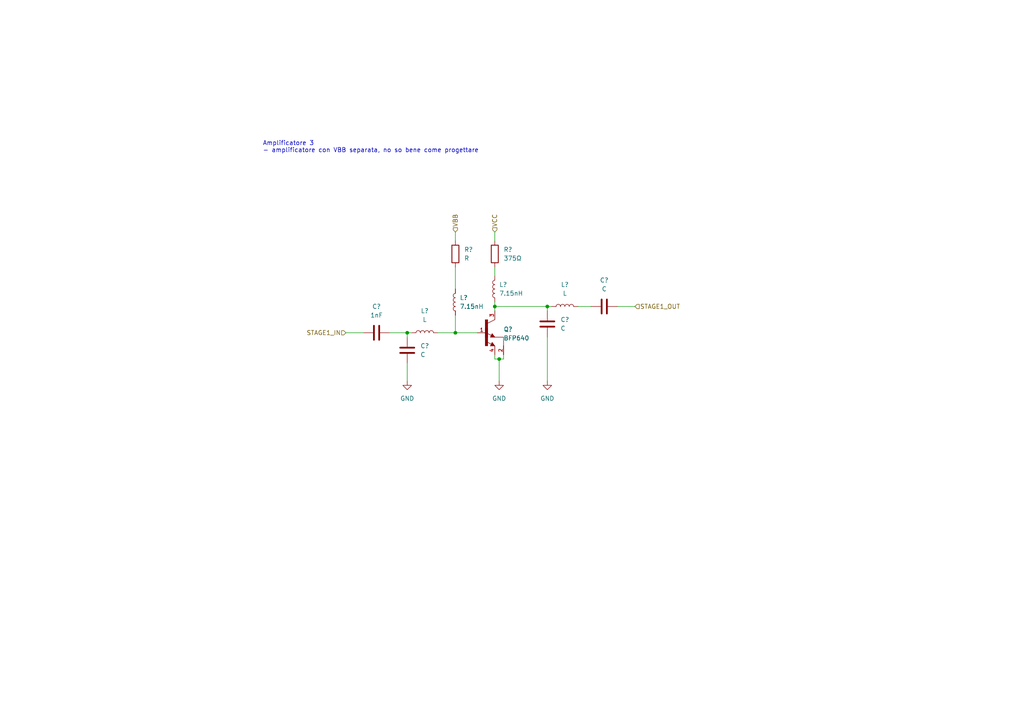
<source format=kicad_sch>
(kicad_sch (version 20211123) (generator eeschema)
  (paper "A4")
  (lib_symbols
    (symbol "Device:C" (pin_numbers hide) (pin_names (offset 0.254))
      (property "Reference" "C" (at 0.635 2.54 0))
      (property "Value" "C" (at 0.635 -2.54 0))
      (symbol "C_0_1"
        (polyline (pts (xy -2.032 -0.762) (xy 2.032 -0.762)) (stroke (width 0.508)))
        (polyline (pts (xy -2.032 0.762) (xy 2.032 0.762)) (stroke (width 0.508)))
      )
      (symbol "C_1_1"
        (pin passive line (at 0 3.81 270) (length 2.794) (name "~") (number "1"))
        (pin passive line (at 0 -3.81 90) (length 2.794) (name "~") (number "2"))
      )
    )
    (symbol "Device:L" (pin_numbers hide) (pin_names (offset 1.016) hide)
      (property "Reference" "L" (at -1.27 0 90))
      (property "Value" "L" (at 1.905 0 90))
      (symbol "L_0_1"
        (arc (start 0 -2.54) (mid 0.635 -1.905) (end 0 -1.27))
        (arc (start 0 -1.27) (mid 0.635 -0.635) (end 0 0))
        (arc (start 0 0) (mid 0.635 0.635) (end 0 1.27))
        (arc (start 0 1.27) (mid 0.635 1.905) (end 0 2.54))
      )
      (symbol "L_1_1"
        (pin passive line (at 0 3.81 270) (length 1.27) (name "1") (number "1"))
        (pin passive line (at 0 -3.81 90) (length 1.27) (name "2") (number "2"))
      )
    )
    (symbol "Device:R" (pin_numbers hide) (pin_names (offset 0))
      (property "Reference" "R" (at 2.032 0 90))
      (property "Value" "R" (at 0 0 90))
      (symbol "R_0_1"
        (rectangle (start -1.016 -2.54) (end 1.016 2.54) (stroke (width 0.254)))
      )
      (symbol "R_1_1"
        (pin passive line (at 0 3.81 270) (length 1.27) (name "~") (number "1"))
        (pin passive line (at 0 -3.81 90) (length 1.27) (name "~") (number "2"))
      )
    )
    (symbol "Nicobigio01_Transistor_HBT:BFP640" (pin_names (offset 1.016))
      (property "Reference" "Q" (at 5.0868 3.8134 0))
      (property "Value" "BFP640" (at 5.0804 1.27 0))
      (symbol "BFP640_0_0"
        (rectangle (start -0.2542 -3.8132) (end 0.508 1.27) (stroke (width 0.1)) (fill (type outline)))
        (rectangle (start -0.2543 -1.2735) (end 0.508 3.81) (stroke (width 0.1)) (fill (type outline)))
        (polyline (pts (xy 1.27 -3.81) (xy 1.778 -2.794)) (stroke (width 0.1524)))
        (polyline (pts (xy 1.27 -1.27) (xy 1.778 -0.254)) (stroke (width 0.1524)))
        (polyline (pts (xy 1.524 -3.683) (xy 2.286 -3.683)) (stroke (width 0.254)))
        (polyline (pts (xy 1.524 -3.556) (xy 1.905 -3.556)) (stroke (width 0.254)))
        (polyline (pts (xy 1.524 -1.143) (xy 2.286 -1.143)) (stroke (width 0.254)))
        (polyline (pts (xy 1.524 -1.016) (xy 1.905 -1.016)) (stroke (width 0.254)))
        (polyline (pts (xy 1.54 -3.31) (xy 0.308 -2.694)) (stroke (width 0.1524)))
        (polyline (pts (xy 1.54 -0.77) (xy 0.308 -0.154)) (stroke (width 0.1524)))
        (polyline (pts (xy 1.778 -3.048) (xy 1.524 -3.556)) (stroke (width 0.254)))
        (polyline (pts (xy 1.778 -2.794) (xy 2.54 -3.81)) (stroke (width 0.1524)))
        (polyline (pts (xy 1.778 -0.508) (xy 1.524 -1.016)) (stroke (width 0.254)))
        (polyline (pts (xy 1.778 -0.254) (xy 2.54 -1.27)) (stroke (width 0.1524)))
        (polyline (pts (xy 1.905 -3.556) (xy 1.778 -3.302)) (stroke (width 0.254)))
        (polyline (pts (xy 1.905 -1.016) (xy 1.778 -0.762)) (stroke (width 0.254)))
        (polyline (pts (xy 2.286 -3.683) (xy 1.778 -3.048)) (stroke (width 0.254)))
        (polyline (pts (xy 2.286 -1.143) (xy 1.778 -0.508)) (stroke (width 0.254)))
        (polyline (pts (xy 2.54 -3.81) (xy 1.27 -3.81)) (stroke (width 0.1524)))
        (polyline (pts (xy 2.54 -1.27) (xy 1.27 -1.27)) (stroke (width 0.1524)))
        (polyline (pts (xy 2.54 3.81) (xy 0.508 2.794)) (stroke (width 0.1524)))
        (pin passive line (at -2.54 0 0) (length 2.54) (name "~") (number "1"))
        (pin passive line (at 5.08 -6.35 90) (length 2.54) (name "~") (number "2"))
        (pin passive line (at 2.54 6.35 270) (length 2.54) (name "~") (number "3"))
        (pin passive line (at 2.54 -6.35 90) (length 2.54) (name "~") (number "4"))
      )
      (symbol "BFP640_0_1"
        (polyline (pts (xy 2.54 -1.27) (xy 5.08 -1.27) (xy 5.08 -3.81)))
      )
    )
    (symbol "power:GND" (power) (pin_names (offset 0))
      (property "Value" "GND" (at 0 -3.81 0))
      (symbol "GND_0_1"
        (polyline (pts (xy 0 0) (xy 0 -1.27) (xy 1.27 -1.27) (xy 0 -2.54) (xy -1.27 -1.27) (xy 0 -1.27)))
      )
      (symbol "GND_1_1"
        (pin power_in line (at 0 0 270) (length 0) hide (name "GND") (number "1"))
      )
    )
  )
  (junction (at 132.08 96.52))
  (junction (at 143.51 88.9))
  (junction (at 158.75 88.9))
  (junction (at 144.78 104.14))
  (junction (at 118.11 96.52))
  (wire (pts (xy 132.08 67.31) (xy 132.08 69.85)))
  (wire (pts (xy 113.03 96.52) (xy 118.11 96.52)))
  (wire (pts (xy 146.05 102.87) (xy 146.05 104.14)))
  (wire (pts (xy 143.51 87.63) (xy 143.51 88.9)))
  (wire (pts (xy 143.51 88.9) (xy 158.75 88.9)))
  (wire (pts (xy 158.75 90.17) (xy 158.75 88.9)))
  (wire (pts (xy 146.05 104.14) (xy 144.78 104.14)))
  (wire (pts (xy 132.08 96.52) (xy 138.43 96.52)))
  (wire (pts (xy 144.78 110.49) (xy 144.78 104.14)))
  (wire (pts (xy 127 96.52) (xy 132.08 96.52)))
  (wire (pts (xy 118.11 96.52) (xy 119.38 96.52)))
  (wire (pts (xy 179.07 88.9) (xy 184.15 88.9)))
  (wire (pts (xy 118.11 97.79) (xy 118.11 96.52)))
  (wire (pts (xy 143.51 104.14) (xy 143.51 102.87)))
  (wire (pts (xy 132.08 77.47) (xy 132.08 83.82)))
  (wire (pts (xy 158.75 88.9) (xy 160.02 88.9)))
  (wire (pts (xy 144.78 104.14) (xy 143.51 104.14)))
  (wire (pts (xy 118.11 105.41) (xy 118.11 110.49)))
  (wire (pts (xy 132.08 91.44) (xy 132.08 96.52)))
  (wire (pts (xy 158.75 97.79) (xy 158.75 110.49)))
  (wire (pts (xy 143.51 67.31) (xy 143.51 69.85)))
  (wire (pts (xy 100.33 96.52) (xy 105.41 96.52)))
  (wire (pts (xy 167.64 88.9) (xy 171.45 88.9)))
  (wire (pts (xy 143.51 77.47) (xy 143.51 80.01)))
  (wire (pts (xy 143.51 88.9) (xy 143.51 90.17)))
  (text "Amplificatore 3\n- amplificatore con VBB separata, no so bene come progettare" (at 76.2 44.45 0) (effects (font (size 1.27 1.27)) (justify left bottom)))
  (hierarchical_label "VBB" (shape input) (at 132.08 67.31 90))
  (hierarchical_label "STAGE1_IN" (shape input) (at 100.33 96.52 180))
  (hierarchical_label "VCC" (shape input) (at 143.51 67.31 90))
  (hierarchical_label "STAGE1_OUT" (shape input) (at 184.15 88.9 0))
  (symbol (lib_id "power:GND") (at 144.78 110.49 0) (unit 1)
    (property "Reference" "#PWR?" (effects hide))
    (property "Value" "GND" (at 144.78 115.57 0))
  )
  (symbol (lib_id "Device:L") (at 123.19 96.52 90) (unit 1)
    (property "Reference" "L?" (at 123.19 90.17 90))
    (property "Value" "L" (at 123.19 92.71 90))
  )
  (symbol (lib_id "Device:L") (at 163.83 88.9 90) (unit 1)
    (property "Reference" "L?" (at 163.83 82.55 90))
    (property "Value" "L" (at 163.83 85.09 90))
  )
  (symbol (lib_id "Device:C") (at 109.22 96.52 90) (unit 1)
    (property "Reference" "C?" (at 109.22 88.9 90))
    (property "Value" "1nF" (at 109.22 91.44 90))
  )
  (symbol (lib_id "Device:R") (at 132.08 73.66 180) (unit 1)
    (property "Reference" "R?" (at 134.62 72.3899 0) (effects (justify right)))
    (property "Value" "R" (at 134.62 74.9299 0) (effects (justify right)))
  )
  (symbol (lib_id "Device:R") (at 143.51 73.66 0) (unit 1)
    (property "Reference" "R?" (at 146.05 72.3899 0) (effects (justify left)))
    (property "Value" "375Ω" (at 146.05 74.9299 0) (effects (justify left)))
  )
  (symbol (lib_id "Nicobigio01_Transistor_HBT:BFP640") (at 140.97 96.52 0) (unit 1)
    (property "Reference" "Q?" (at 146.05 95.5293 0) (effects (justify left)))
    (property "Value" "BFP640" (at 146.05 98.0693 0) (effects (justify left)))
    (property "Footprint" "Nicobigio01:SOT-343" (effects hide))
    (property "Datasheet" "https://www.infineon.com/dgdl/Infineon-BFP640-DS-v03_00-EN.pdf?fileId=5546d462689a790c01690f03a9ca3928" (effects hide))
  )
  (symbol (lib_id "Device:L") (at 132.08 87.63 180) (unit 1)
    (property "Reference" "L?" (at 133.35 86.3599 0) (effects (justify right)))
    (property "Value" "7.15nH" (at 133.35 88.8999 0) (effects (justify right)))
  )
  (symbol (lib_id "power:GND") (at 118.11 110.49 0) (unit 1)
    (property "Reference" "#PWR?" (effects hide))
    (property "Value" "GND" (at 118.11 115.57 0))
  )
  (symbol (lib_id "power:GND") (at 158.75 110.49 0) (unit 1)
    (property "Reference" "#PWR?" (effects hide))
    (property "Value" "GND" (at 158.75 115.57 0))
  )
  (symbol (lib_id "Device:C") (at 175.26 88.9 90) (unit 1)
    (property "Reference" "C?" (at 175.26 81.28 90))
    (property "Value" "C" (at 175.26 83.82 90))
  )
  (symbol (lib_id "Device:L") (at 143.51 83.82 180) (unit 1)
    (property "Reference" "L?" (at 144.78 82.5499 0) (effects (justify right)))
    (property "Value" "7.15nH" (at 144.78 85.0899 0) (effects (justify right)))
  )
  (symbol (lib_id "Device:C") (at 118.11 101.6 0) (unit 1)
    (property "Reference" "C?" (at 121.92 100.3299 0) (effects (justify left)))
    (property "Value" "C" (at 121.92 102.8699 0) (effects (justify left)))
  )
  (symbol (lib_id "Device:C") (at 158.75 93.98 0) (unit 1)
    (property "Reference" "C?" (at 162.56 92.7099 0) (effects (justify left)))
    (property "Value" "C" (at 162.56 95.2499 0) (effects (justify left)))
  )
)
</source>
